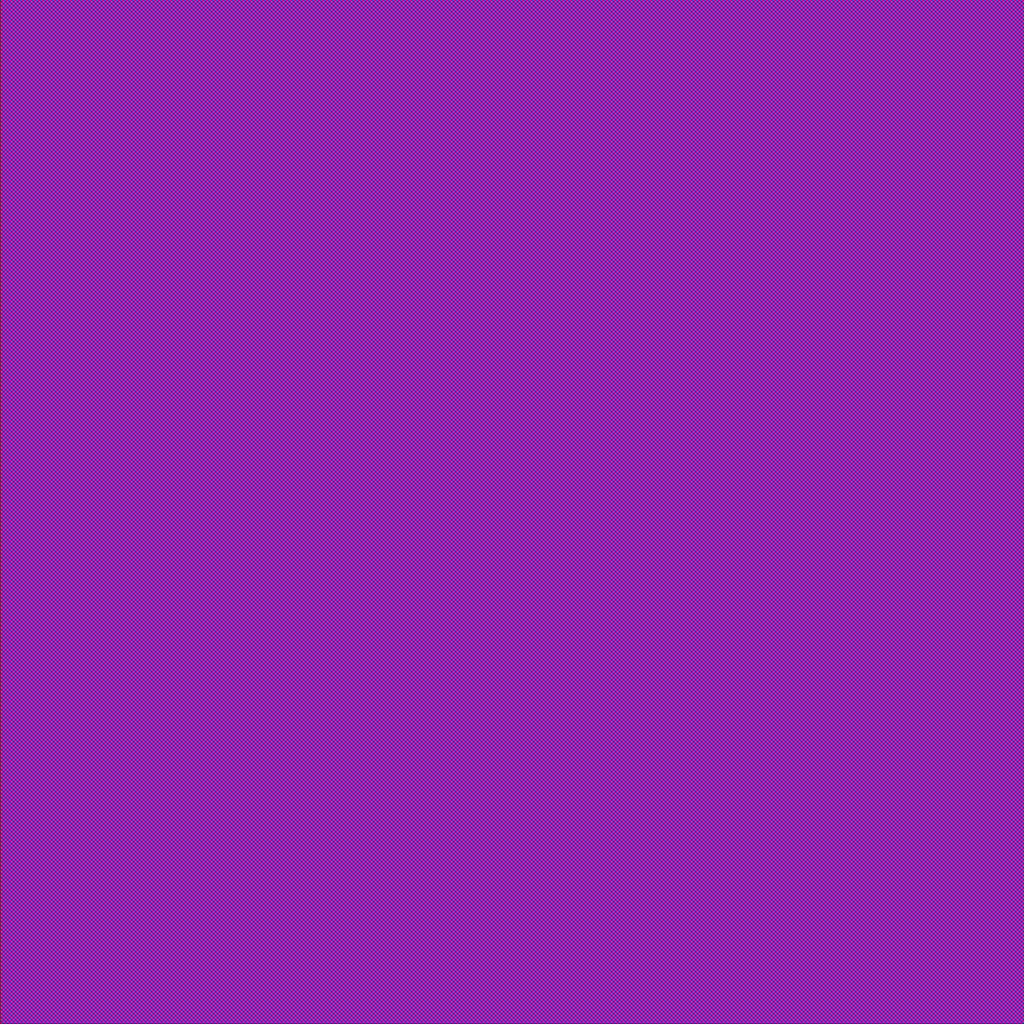
<source format=lef>
VERSION 5.7 ;
BUSBITCHARS "[]" ;
DIVIDERCHAR "/" ;
 
UNITS
    DATABASE MICRONS 2000  ;
END UNITS
 
 MANUFACTURINGGRID    0.005000 ;
 
SITE IOSite
    SYMMETRY x y r90 ;
    CLASS PAD ;
    SIZE 1.000 BY 240.000 ;
END IOSite
 
SITE CornerSite
    SYMMETRY x y r90 ;
    CLASS PAD ;
    SIZE 240.000 BY 240.000 ;
END CornerSite

MACRO PADDI
  CLASS PAD ;
  ORIGIN 0 80 ;
  FOREIGN PADDI 0 -80 ;
  SIZE 60 BY 240 ;
  SYMMETRY X Y R90 ;
  SITE IOSite ;
  PIN PAD
    DIRECTION INPUT ;
    USE SIGNAL ;
    PORT
      LAYER Metal11 ;
        RECT 28 0 32 1.42 ;
    END
  END PAD
  PIN Y
    DIRECTION OUTPUT ;
    USE SIGNAL ;
    PORT
      LAYER Metal3 ;
        RECT 27.55 159.275 28.275 160 ;
    END
  END Y
  OBS
    LAYER Metal1 ;
      RECT 0 -80 60 160 ;
    LAYER Metal2 ;
      RECT 0 -80 60 160 ;
    LAYER Metal3 ;
      RECT 0 -80 60 160 ;
    LAYER Metal4 ;
      RECT 0 -80 60 160 ;
    LAYER Metal5 ;
      RECT 0 -80 60 160 ;
    LAYER Metal6 ;
      RECT 0 -80 60 160 ;
    LAYER Metal7 ;
      RECT 0 -80 60 160 ;
    LAYER Metal8 ;
      RECT 0 -80 60 160 ;
    LAYER Metal9 ;
      RECT 0 -80 60 160 ;
    LAYER Metal10 ;
      RECT 0 -80 60 160 ;
    LAYER Metal11 ;
      RECT 0 -80 60 160 ;
  END
END PADDI


MACRO PADDO
  CLASS PAD ;
  ORIGIN 0 80 ;
  FOREIGN PADDO 0 -80 ;
  SIZE 60 BY 240 ;
  SYMMETRY X Y R90 ;
  SITE IOSite ;
  PIN A
    DIRECTION INPUT ;
    USE SIGNAL ;
    PORT
      LAYER Metal3 ;
        RECT 29.5 159.275 30.225 160 ;
    END
  END A
  PIN PAD
    DIRECTION OUTPUT ;
    USE SIGNAL ;
    PORT
      LAYER Metal11 ;
        RECT 28 -1.4 32 1.415 ;
    END
  END PAD
  OBS
    LAYER Metal1 ;
      RECT 0 -80 60 160 ;
    LAYER Metal2 ;
      RECT 0 -80 60 160 ;
    LAYER Metal3 ;
      RECT 0 -80 60 160 ;
    LAYER Metal4 ;
      RECT 0 -80 60 160 ;
    LAYER Metal5 ;
      RECT 0 -80 60 160 ;
    LAYER Metal6 ;
      RECT 0 -80 60 160 ;
    LAYER Metal7 ;
      RECT 0 -80 60 160 ;
    LAYER Metal8 ;
      RECT 0 -80 60 160 ;
    LAYER Metal9 ;
      RECT 0 -80 60 160 ;
    LAYER Metal10 ;
      RECT 0 -80 60 160 ;
    LAYER Metal11 ;
      RECT 0 -80 60 160 ;
  END
END PADDO


PROPERTYDEFINITIONS
  MACRO oaTaper STRING ;
END PROPERTYDEFINITIONS

MACRO PADVDD
  CLASS PAD ;
  ORIGIN 0 80 ;
  FOREIGN PADVDD 0 -80 ;
  SIZE 60 BY 240 ;
  SYMMETRY X Y R90 ;
  SITE IOSite ;
  PIN VDD
    DIRECTION INOUT ;
    USE POWER ;
    NETEXPR "VDD VDD!" ;
    PORT
      CLASS CORE ;
      LAYER Metal3 ;
        RECT 53.815 156.64 57.165 160 ;
      LAYER Metal2 ;
        RECT 53.815 156.64 57.165 160 ;
      LAYER Metal3 ;
        RECT 2.855 156.64 6.205 160 ;
      LAYER Metal2 ;
        RECT 2.855 156.64 6.205 160 ;
    END
  END VDD
  OBS
    LAYER Metal1 ;
      RECT 0 -80 60 160 ;
    LAYER Metal2 ;
      RECT 0 -80 60 160 ;
    LAYER Metal3 ;
      RECT 0 -80 60 160 ;
    LAYER Metal4 ;
      RECT 0 -80 60 160 ;
    LAYER Metal5 ;
      RECT 0 -80 60 160 ;
    LAYER Metal6 ;
      RECT 0 -80 60 160 ;
    LAYER Metal7 ;
      RECT 0 -80 60 160 ;
    LAYER Metal8 ;
      RECT 0 -80 60 160 ;
    LAYER Metal9 ;
      RECT 0 -80 60 160 ;
    LAYER Metal10 ;
      RECT 0 -80 60 160 ;
    LAYER Metal11 ;
      RECT 0 -80 60 160 ;
  END
  PROPERTY oaTaper "virtuosoDefaultTaper" ;
END PADVDD


PROPERTYDEFINITIONS
  MACRO oaTaper STRING ;
END PROPERTYDEFINITIONS

MACRO PADVDDIOR
  CLASS PAD ;
  ORIGIN 0 80 ;
  FOREIGN PADVDDIOR 0 -80 ;
  SIZE 60 BY 240 ;
  SYMMETRY X Y R90 ;
  SITE IOSite ;
  PIN VDDIOR
    DIRECTION INOUT ;
    USE POWER ;
    NETEXPR "VDDIOR VDDIOR!" ;
    PORT
      CLASS CORE ;
      LAYER Metal3 ;
        RECT 53.815 156.64 57.165 160 ;
      LAYER Metal2 ;
        RECT 53.815 156.64 57.165 160 ;
      LAYER Metal3 ;
        RECT 2.855 156.64 6.205 160 ;
      LAYER Metal2 ;
        RECT 2.855 156.64 6.205 160 ;
    END
  END VDDIOR
  OBS
    LAYER Metal1 ;
      RECT 0 -80 60 160 ;
    LAYER Metal2 ;
      RECT 0 -80 60 160 ;
    LAYER Metal3 ;
      RECT 0 -80 60 160 ;
    LAYER Metal4 ;
      RECT 0 -80 60 160 ;
    LAYER Metal5 ;
      RECT 0 -80 60 160 ;
    LAYER Metal6 ;
      RECT 0 -80 60 160 ;
    LAYER Metal7 ;
      RECT 0 -80 60 160 ;
    LAYER Metal8 ;
      RECT 0 -80 60 160 ;
    LAYER Metal9 ;
      RECT 0 -80 60 160 ;
    LAYER Metal10 ;
      RECT 0 -80 60 160 ;
    LAYER Metal11 ;
      RECT 0 -80 60 160 ;
  END
  PROPERTY oaTaper "virtuosoDefaultTaper" ;
END PADVDDIOR


PROPERTYDEFINITIONS
  MACRO extractNetShortViolationLimit INTEGER ;
  MACRO extractCellviewShortViolationLimit INTEGER ;
  MACRO extractStopLevel INTEGER ;
  MACRO deviceExtractType STRING ;
  MACRO extractCellviewOpenViolationLimit INTEGER ;
  MACRO extractNetOpenViolationLimit INTEGER ;
  MACRO lxChainAlignPMOS STRING ;
  MACRO lxGroundNetNames STRING ;
  MACRO lxGetSignifDigits INTEGER ;
  MACRO extractCellviewIllegalConnectionLimit INTEGER ;
  MACRO lxStackPartitionParameters STRING ;
  MACRO setupConstraintGroup STRING ;
  MACRO lxChainAlignNMOS STRING ;
  MACRO lxSupplyNetNames STRING ;
  MACRO lxGenerationOrientation STRING ;
  MACRO lxInternalLibName STRING ;
  MACRO lxInternalConfigLibName STRING ;
  MACRO lxInternalTop STRING ;
  MACRO lxInternalType STRING ;
  MACRO lxInternalCellName STRING ;
  MACRO lxInternalViewName STRING ;
  MACRO lxInternalConfigCellName STRING ;
  MACRO lxInternalConfigViewName STRING ;
  MACRO oaTaper STRING ;
END PROPERTYDEFINITIONS


MACRO PADVSS
  CLASS PAD ;
  ORIGIN 0 80 ;
  FOREIGN PADVSS 0 -80 ;
  SIZE 60 BY 240 ;
  SYMMETRY X Y R90 ;
  SITE IOSite ;
  PIN VSS
    DIRECTION INOUT ;
    USE GROUND ;
    NETEXPR "VSS VSS!" ;
    PORT
      CLASS CORE ;
      LAYER Metal3 ;
        RECT 53.805 156.64 57.155 160 ;
        RECT 2.845 156.64 6.195 160 ;
      LAYER Metal2 ;
        RECT 53.805 156.64 57.155 160 ;
        RECT 2.845 156.64 6.195 160 ;
    END
  END VSS
  OBS
    LAYER Metal1 ;
      RECT 0 -80 60 160 ;
    LAYER Metal2 ;
      RECT 0 -80 60 160 ;
    LAYER Metal3 ;
      RECT 0 -80 60 160 ;
    LAYER Metal4 ;
      RECT 0 -80 60 160 ;
    LAYER Metal5 ;
      RECT 0 -80 60 160 ;
    LAYER Metal6 ;
      RECT 0 -80 60 160 ;
    LAYER Metal7 ;
      RECT 0 -80 60 160 ;
    LAYER Metal8 ;
      RECT 0 -80 60 160 ;
    LAYER Metal9 ;
      RECT 0 -80 60 160 ;
    LAYER Metal10 ;
      RECT 0 -80 60 160 ;
    LAYER Metal11 ;
      RECT 0 -80 60 160 ;
  END
  PROPERTY extractNetShortViolationLimit 100 ;
  PROPERTY extractCellviewShortViolationLimit 1000 ;
  PROPERTY extractStopLevel 0 ;
  PROPERTY deviceExtractType "pcells" ;
  PROPERTY extractCellviewOpenViolationLimit 2000 ;
  PROPERTY extractNetOpenViolationLimit 1000 ;
  PROPERTY lxChainAlignPMOS "Top" ;
  PROPERTY lxGroundNetNames "gnd gnd! gnd: vss vss! vss:" ;
  PROPERTY lxGetSignifDigits 0 ;
  PROPERTY extractCellviewIllegalConnectionLimit 1000 ;
  PROPERTY lxStackPartitionParameters "(0 100)" ;
  PROPERTY setupConstraintGroup "virtuosoDefaultExtractorSetup" ;
  PROPERTY lxChainAlignNMOS "Bottom" ;
  PROPERTY lxSupplyNetNames "vcc vcc! vcc: vdd vdd! vdd:" ;
  PROPERTY lxGenerationOrientation "preserve" ;
  PROPERTY lxInternalLibName "giolib045" ;
  PROPERTY lxInternalConfigLibName "giolib045" ;
  PROPERTY lxInternalTop "" ;
  PROPERTY lxInternalType "CELLVIEW" ;
  PROPERTY lxInternalCellName "PADVSS" ;
  PROPERTY lxInternalViewName "schematic" ;
  PROPERTY lxInternalConfigCellName "PADVSS" ;
  PROPERTY lxInternalConfigViewName "physConfig" ;
  PROPERTY oaTaper "virtuosoDefaultTaper" ;
END PADVSS


MACRO PADVSSIOR
  CLASS PAD ;
  ORIGIN 0 80 ;
  FOREIGN PADVSSIOR 0 -80 ;
  SIZE 60 BY 240 ;
  SYMMETRY X Y R90 ;
  SITE IOSite ;
  PIN VSSIOR
    DIRECTION INOUT ;
    USE GROUND ;
    NETEXPR "VSSIOR VSSIOR!" ;
    PORT
      CLASS CORE ;
      LAYER Metal3 ;
        RECT 53.805 156.64 57.155 160 ;
        RECT 2.845 156.64 6.195 160 ;
      LAYER Metal2 ;
        RECT 53.805 156.64 57.155 160 ;
        RECT 2.845 156.64 6.195 160 ;
    END
  END VSSIOR
  OBS
    LAYER Metal1 ;
      RECT 0 -80 60 160 ;
    LAYER Metal2 ;
      RECT 0 -80 60 160 ;
    LAYER Metal3 ;
      RECT 0 -80 60 160 ;
    LAYER Metal4 ;
      RECT 0 -80 60 160 ;
    LAYER Metal5 ;
      RECT 0 -80 60 160 ;
    LAYER Metal6 ;
      RECT 0 -80 60 160 ;
    LAYER Metal7 ;
      RECT 0 -80 60 160 ;
    LAYER Metal8 ;
      RECT 0 -80 60 160 ;
    LAYER Metal9 ;
      RECT 0 -80 60 160 ;
    LAYER Metal10 ;
      RECT 0 -80 60 160 ;
    LAYER Metal11 ;
      RECT 0 -80 60 160 ;
  END
END PADVSSIOR


MACRO padIORINGCORNER
  CLASS ENDCAP BOTTOMLEFT ;
  ORIGIN 80 80 ;
  FOREIGN padIORINGCORNER -80 -80 ;
  SIZE 240 BY 240 ;
  SYMMETRY X Y R90 ;
  SITE CornerSite ;
  OBS
    LAYER Metal1 ;
      RECT -80 -80 160 160 ;
    LAYER Metal2 ;
      RECT -80 -80 160 160 ;
    LAYER Metal3 ;
      RECT -80 -80 160 160 ;
    LAYER Metal4 ;
      RECT -80 -80 160 160 ;
    LAYER Metal5 ;
      RECT -80 -80 160 160 ;
    LAYER Metal6 ;
      RECT -80 -80 160 160 ;
    LAYER Metal7 ;
      RECT -80 -80 160 160 ;
    LAYER Metal8 ;
      RECT -80 -80 160 160 ;
    LAYER Metal9 ;
      RECT -80 -80 160 160 ;
    LAYER Metal10 ;
      RECT -80 -80 160 160 ;
    LAYER Metal11 ;
      RECT -80 -80 160 160 ;
  END
END padIORINGCORNER


MACRO padIORINGFEED1
  CLASS PAD SPACER ;
  ORIGIN 0 80 ;
  FOREIGN padIORINGFEED1 0 -80 ;
  SIZE 1 BY 240 ;
  SYMMETRY X Y R90 ;
  SITE IOSite ;
  OBS
    LAYER Metal1 ;
      RECT 0 -80 1 160 ;
    LAYER Metal2 ;
      RECT 0 -80 1 160 ;
    LAYER Metal3 ;
      RECT 0 -80 1 160 ;
    LAYER Metal4 ;
      RECT 0 -80 1 160 ;
    LAYER Metal5 ;
      RECT 0 -80 1 160 ;
    LAYER Metal6 ;
      RECT 0 -80 1 160 ;
    LAYER Metal7 ;
      RECT 0 -80 1 160 ;
    LAYER Metal8 ;
      RECT 0 -80 1 160 ;
    LAYER Metal9 ;
      RECT 0 -80 1 160 ;
    LAYER Metal10 ;
      RECT 0 -80 1 160 ;
    LAYER Metal11 ;
      RECT 0 -80 1 160 ;
  END
END padIORINGFEED1

END LIBRARY

</source>
